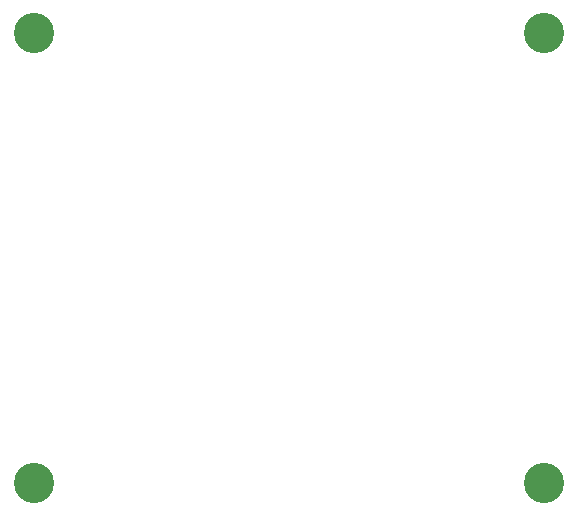
<source format=gbs>
G75*
G70*
%OFA0B0*%
%FSLAX24Y24*%
%IPPOS*%
%LPD*%
%AMOC8*
5,1,8,0,0,1.08239X$1,22.5*
%
%ADD10C,0.1340*%
D10*
X002630Y001380D03*
X019630Y001380D03*
X019630Y016380D03*
X002630Y016380D03*
M02*

</source>
